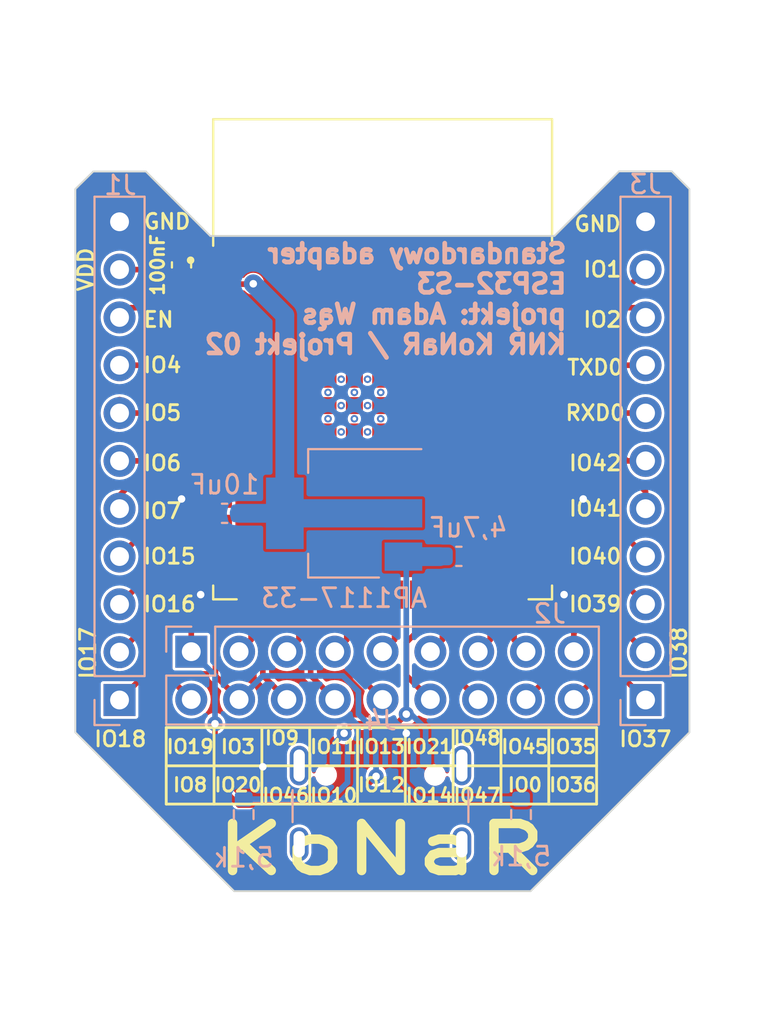
<source format=kicad_pcb>
(kicad_pcb (version 20240108) (generator "pcbnew") (generator_version "8.0")
  (layers (0 "F.Cu" signal) (31 "B.Cu" signal) (34 "B.Paste" user) (35 "F.Paste" user) (36 "B.SilkS" user "B.Silkscreen") (37 "F.SilkS" user "F.Silkscreen") (38 "B.Mask" user) (39 "F.Mask" user) (44 "Edge.Cuts" user))
  (net 0 "")
  (net 1 "GND")
  (net 2 "VDD")
  (net 3 "IO7")
  (net 4 "IO6")
  (net 5 "IO8")
  (net 6 "IO20")
  (net 7 "IO21")
  (net 8 "IO3")
  (net 9 "IO19")
  (net 10 "IO18")
  (net 11 "IO5")
  (net 12 "IO17")
  (net 13 "IO16")
  (net 14 "IO4")
  (net 15 "IO0")
  (net 16 "IO2")
  (net 17 "IO15")
  (net 18 "IO13")
  (net 19 "IO12")
  (net 20 "IO14")
  (net 21 "IO46")
  (net 22 "IO9")
  (net 23 "IO10")
  (net 24 "IO11")
  (net 25 "IO48")
  (net 26 "IO35")
  (net 27 "IO47")
  (net 28 "IO45")
  (net 29 "IO36")
  (net 30 "EN")
  (net 31 "IO37")
  (net 32 "IO38")
  (net 33 "IO39")
  (net 34 "IO40")
  (net 35 "IO41")
  (net 36 "IO42")
  (net 37 "RXD0")
  (net 38 "TXD0")
  (net 39 "IO1")
  (net 40 "Net-(J4-CC1)")
  (net 42 "Net-(J4-CC2)")
  (net 45 "Net-(U1-VI)")
  (footprint "Capacitor_SMD:C_0603_1608Metric" (layer "F.Cu") (at 43.942 40.907 90)
    (property "Reference" "C1" (hide yes))
    (property "Value" "100nF" (at 0 -1.27 90) (layer "F.SilkS") (effects (font (size 0.7 0.7))))
    (fp_line (start -0.14058 -0.51) (end 0.14058 -0.51) (stroke (width 0.12)) (layer "F.SilkS"))
    (fp_line (start -0.14058 0.51) (end 0.14058 0.51) (stroke (width 0.12)) (layer "F.SilkS"))
    (pad "1" smd roundrect (at -0.775 0 90) (size 0.9 0.95) (layers "F.Cu" "F.Paste" "F.Mask") (net 2 "VDD"))
    (pad "2" smd roundrect (at 0.775 0 90) (size 0.9 0.95) (layers "F.Cu" "F.Paste" "F.Mask") (net 1 "GND"))
  )
  (footprint "footprints:XCVR_ESP32-S3-WROOM-1-N8" (layer "F.Cu") (at 54.623 45.92)
    (property "Reference" "U2" (hide yes))
    (property "Value" "ESP32-S3-WROOM-1-N8")
    (fp_line (start -9 -12.75) (end 9 -12.75) (stroke (width 0.127)) (layer "F.SilkS"))
    (fp_line (start -9 -6.03) (end -9 -12.75) (stroke (width 0.127)) (layer "F.SilkS"))
    (fp_line (start -9 12.02) (end -9 12.75) (stroke (width 0.127)) (layer "F.SilkS"))
    (fp_line (start -9 12.75) (end -7.755 12.75) (stroke (width 0.127)) (layer "F.SilkS"))
    (fp_line (start 9 -12.75) (end 9 -6.03) (stroke (width 0.127)) (layer "F.SilkS"))
    (fp_line (start 9 12.02) (end 9 12.75) (stroke (width 0.127)) (layer "F.SilkS"))
    (fp_line (start 9 12.75) (end 7.755 12.75) (stroke (width 0.127)) (layer "F.SilkS"))
    (fp_circle (center -10.2 -5.26) (end -10.1 -5.26) (stroke (width 0.2)) (fill none) (layer "F.SilkS"))
    (pad "1" smd rect (at -8.75 -5.26) (size 1.5 0.9) (layers "F.Cu" "F.Paste" "F.Mask") (net 1 "GND"))
    (pad "2" smd rect (at -8.75 -3.99) (size 1.5 0.9) (layers "F.Cu" "F.Paste" "F.Mask") (net 2 "VDD"))
    (pad "3" smd rect (at -8.75 -2.72) (size 1.5 0.9) (layers "F.Cu" "F.Paste" "F.Mask") (net 30 "EN"))
    (pad "4" smd rect (at -8.75 -1.45) (size 1.5 0.9) (layers "F.Cu" "F.Paste" "F.Mask") (net 14 "IO4"))
    (pad "5" smd rect (at -8.75 -0.18) (size 1.5 0.9) (layers "F.Cu" "F.Paste" "F.Mask") (net 11 "IO5"))
    (pad "6" smd rect (at -8.75 1.09) (size 1.5 0.9) (layers "F.Cu" "F.Paste" "F.Mask") (net 4 "IO6"))
    (pad "7" smd rect (at -8.75 2.36) (size 1.5 0.9) (layers "F.Cu" "F.Paste" "F.Mask") (net 3 "IO7"))
    (pad "8" smd rect (at -8.75 3.63) (size 1.5 0.9) (layers "F.Cu" "F.Paste" "F.Mask") (net 17 "IO15"))
    (pad "9" smd rect (at -8.75 4.9) (size 1.5 0.9) (layers "F.Cu" "F.Paste" "F.Mask") (net 13 "IO16"))
    (pad "10" smd rect (at -8.75 6.17) (size 1.5 0.9) (layers "F.Cu" "F.Paste" "F.Mask") (net 12 "IO17"))
    (pad "11" smd rect (at -8.75 7.44) (size 1.5 0.9) (layers "F.Cu" "F.Paste" "F.Mask") (net 10 "IO18"))
    (pad "12" smd rect (at -8.75 8.71) (size 1.5 0.9) (layers "F.Cu" "F.Paste" "F.Mask") (net 5 "IO8"))
    (pad "13" smd rect (at -8.75 9.98) (size 1.5 0.9) (layers "F.Cu" "F.Paste" "F.Mask") (net 9 "IO19"))
    (pad "14" smd rect (at -8.75 11.25) (size 1.5 0.9) (layers "F.Cu" "F.Paste" "F.Mask") (net 6 "IO20"))
    (pad "15" smd rect (at -6.985 12.5) (size 0.9 1.5) (layers "F.Cu" "F.Paste" "F.Mask") (net 8 "IO3"))
    (pad "16" smd rect (at -5.715 12.5) (size 0.9 1.5) (layers "F.Cu" "F.Paste" "F.Mask") (net 21 "IO46"))
    (pad "17" smd rect (at -4.445 12.5) (size 0.9 1.5) (layers "F.Cu" "F.Paste" "F.Mask") (net 22 "IO9"))
    (pad "18" smd rect (at -3.175 12.5) (size 0.9 1.5) (layers "F.Cu" "F.Paste" "F.Mask") (net 23 "IO10"))
    (pad "19" smd rect (at -1.905 12.5) (size 0.9 1.5) (layers "F.Cu" "F.Paste" "F.Mask") (net 24 "IO11"))
    (pad "20" smd rect (at -0.635 12.5) (size 0.9 1.5) (layers "F.Cu" "F.Paste" "F.Mask") (net 19 "IO12"))
    (pad "21" smd rect (at 0.635 12.5) (size 0.9 1.5) (layers "F.Cu" "F.Paste" "F.Mask") (net 18 "IO13"))
    (pad "22" smd rect (at 1.905 12.5) (size 0.9 1.5) (layers "F.Cu" "F.Paste" "F.Mask") (net 20 "IO14"))
    (pad "23" smd rect (at 3.175 12.5) (size 0.9 1.5) (layers "F.Cu" "F.Paste" "F.Mask") (net 7 "IO21"))
    (pad "24" smd rect (at 4.445 12.5) (size 0.9 1.5) (layers "F.Cu" "F.Paste" "F.Mask") (net 27 "IO47"))
    (pad "25" smd rect (at 5.715 12.5) (size 0.9 1.5) (layers "F.Cu" "F.Paste" "F.Mask") (net 25 "IO48"))
    (pad "26" smd rect (at 6.985 12.5) (size 0.9 1.5) (layers "F.Cu" "F.Paste" "F.Mask") (net 28 "IO45"))
    (pad "27" smd rect (at 8.75 11.25) (size 1.5 0.9) (layers "F.Cu" "F.Paste" "F.Mask") (net 15 "IO0"))
    (pad "28" smd rect (at 8.75 9.98) (size 1.5 0.9) (layers "F.Cu" "F.Paste" "F.Mask") (net 26 "IO35"))
    (pad "29" smd rect (at 8.75 8.71) (size 1.5 0.9) (layers "F.Cu" "F.Paste" "F.Mask") (net 29 "IO36"))
    (pad "30" smd rect (at 8.75 7.44) (size 1.5 0.9) (layers "F.Cu" "F.Paste" "F.Mask") (net 31 "IO37"))
    (pad "31" smd rect (at 8.75 6.17) (size 1.5 0.9) (layers "F.Cu" "F.Paste" "F.Mask") (net 32 "IO38"))
    (pad "32" smd rect (at 8.75 4.9) (size 1.5 0.9) (layers "F.Cu" "F.Paste" "F.Mask") (net 33 "IO39"))
    (pad "33" smd rect (at 8.75 3.63) (size 1.5 0.9) (layers "F.Cu" "F.Paste" "F.Mask") (net 34 "IO40"))
    (pad "34" smd rect (at 8.75 2.36) (size 1.5 0.9) (layers "F.Cu" "F.Paste" "F.Mask") (net 35 "IO41"))
    (pad "35" smd rect (at 8.75 1.09) (size 1.5 0.9) (layers "F.Cu" "F.Paste" "F.Mask") (net 36 "IO42"))
    (pad "36" smd rect (at 8.75 -0.18) (size 1.5 0.9) (layers "F.Cu" "F.Paste" "F.Mask") (net 37 "RXD0"))
    (pad "37" smd rect (at 8.75 -1.45) (size 1.5 0.9) (layers "F.Cu" "F.Paste" "F.Mask") (net 38 "TXD0"))
    (pad "38" smd rect (at 8.75 -2.72) (size 1.5 0.9) (layers "F.Cu" "F.Paste" "F.Mask") (net 16 "IO2"))
    (pad "39" smd rect (at 8.75 -3.99) (size 1.5 0.9) (layers "F.Cu" "F.Paste" "F.Mask") (net 39 "IO1"))
    (pad "40" smd rect (at 8.75 -5.26) (size 1.5 0.9) (layers "F.Cu" "F.Paste" "F.Mask") (net 1 "GND"))
    (pad "41_1" smd rect (at -1.5 2.46) (size 0.9 0.9) (layers "F.Cu" "F.Paste" "F.Mask") (net 1 "GND"))
    (pad "41_2" smd rect (at -2.9 2.46) (size 0.9 0.9) (layers "F.Cu" "F.Paste" "F.Mask") (net 1 "GND"))
    (pad "41_3" smd rect (at -0.1 2.46) (size 0.9 0.9) (layers "F.Cu" "F.Paste" "F.Mask") (net 1 "GND"))
    (pad "41_4" smd rect (at -2.9 3.86) (size 0.9 0.9) (layers "F.Cu" "F.Paste" "F.Mask") (net 1 "GND"))
    (pad "41_5" smd rect (at -1.5 3.86) (size 0.9 0.9) (layers "F.Cu" "F.Paste" "F.Mask") (net 1 "GND"))
    (pad "41_6" smd rect (at -0.1 3.86) (size 0.9 0.9) (layers "F.Cu" "F.Paste" "F.Mask") (net 1 "GND"))
    (pad "41_7" smd rect (at -2.9 1.06) (size 0.9 0.9) (layers "F.Cu" "F.Paste" "F.Mask") (net 1 "GND"))
    (pad "41_8" smd rect (at -1.5 1.06) (size 0.9 0.9) (layers "F.Cu" "F.Paste" "F.Mask") (net 1 "GND"))
    (pad "41_9" smd rect (at -0.1 1.06) (size 0.9 0.9) (layers "F.Cu" "F.Paste" "F.Mask") (net 1 "GND"))
    (pad "41_10" thru_hole circle (at -1.5 1.76) (size 0.4 0.4) (drill 0.2) (layers "*.Cu"))
    (pad "41_11" thru_hole circle (at -2.9 1.76) (size 0.4 0.4) (drill 0.2) (layers "*.Cu"))
    (pad "41_12" thru_hole circle (at -0.1 1.76) (size 0.4 0.4) (drill 0.2) (layers "*.Cu"))
    (pad "41_13" thru_hole circle (at -2.9 3.16) (size 0.4 0.4) (drill 0.2) (layers "*.Cu"))
    (pad "41_14" thru_hole circle (at -1.5 3.16) (size 0.4 0.4) (drill 0.2) (layers "*.Cu"))
    (pad "41_15" thru_hole circle (at -0.1 3.16) (size 0.4 0.4) (drill 0.2) (layers "*.Cu"))
    (pad "41_16" thru_hole circle (at -2.2 1.06) (size 0.4 0.4) (drill 0.2) (layers "*.Cu"))
    (pad "41_17" thru_hole circle (at -0.8 1.06) (size 0.4 0.4) (drill 0.2) (layers "*.Cu"))
    (pad "41_18" thru_hole circle (at -2.2 2.46) (size 0.4 0.4) (drill 0.2) (layers "*.Cu"))
    (pad "41_19" thru_hole circle (at -0.8 2.46) (size 0.4 0.4) (drill 0.2) (layers "*.Cu"))
    (pad "41_20" thru_hole circle (at -2.2 3.86) (size 0.4 0.4) (drill 0.2) (layers "*.Cu"))
    (pad "41_21" thru_hole circle (at -0.8 3.86) (size 0.4 0.4) (drill 0.2) (layers "*.Cu"))
    (zone (net 0) (net_name "") (layer "F.Cu") (connect_pads (clearance 0)) (min_thickness 0.01)
      (keepout (tracks not_allowed) (vias not_allowed) (pads not_allowed) (copperpour not_allowed) (footprints allowed))
      (fill (thermal_gap 0.508) (thermal_bridge_width 0.508))
      (polygon (pts (xy 45.623 33.17) (xy 63.623 33.17) (xy 63.623 39.17) (xy 45.623 39.17)))
    )
    (zone (net 0) (net_name "") (layer "B.Cu") (connect_pads (clearance 0)) (min_thickness 0.01)
      (keepout (tracks not_allowed) (vias not_allowed) (pads not_allowed) (copperpour not_allowed) (footprints allowed))
      (fill (thermal_gap 0.508) (thermal_bridge_width 0.508))
      (polygon (pts (xy 45.623 33.17) (xy 63.623 33.17) (xy 63.623 39.17) (xy 45.623 39.17)))
    )
  )
  (footprint "Connector_PinHeader_2.54mm:PinHeader_1x11_P2.54mm_Vertical" (layer "B.Cu") (at 40.649 64.017)
    (property "Reference" "J1" (at 0.0418 -27.3394 0) (layer "B.SilkS") (effects (justify mirror)))
    (property "Value" "Conn_01x11_MountingPin" (hide yes))
    (fp_line (start -1.33 -26.73) (end 1.33 -26.73) (stroke (width 0.12)) (layer "B.SilkS"))
    (fp_line (start -1.33 -1.27) (end -1.33 -26.73) (stroke (width 0.12)) (layer "B.SilkS"))
    (fp_line (start -1.33 -1.27) (end 1.33 -1.27) (stroke (width 0.12)) (layer "B.SilkS"))
    (fp_line (start -1.33 0) (end -1.33 1.33) (stroke (width 0.12)) (layer "B.SilkS"))
    (fp_line (start -1.33 1.33) (end 0 1.33) (stroke (width 0.12)) (layer "B.SilkS"))
    (fp_line (start 1.33 -1.27) (end 1.33 -26.73) (stroke (width 0.12)) (layer "B.SilkS"))
    (pad "1" thru_hole rect (at 0 0) (size 1.7 1.7) (drill 1) (layers "*.Cu" "*.Mask") (net 10 "IO18"))
    (pad "2" thru_hole oval (at 0 -2.54) (size 1.7 1.7) (drill 1) (layers "*.Cu" "*.Mask") (net 12 "IO17"))
    (pad "3" thru_hole oval (at 0 -5.08) (size 1.7 1.7) (drill 1) (layers "*.Cu" "*.Mask") (net 13 "IO16"))
    (pad "4" thru_hole oval (at 0 -7.62) (size 1.7 1.7) (drill 1) (layers "*.Cu" "*.Mask") (net 17 "IO15"))
    (pad "5" thru_hole oval (at 0 -10.16) (size 1.7 1.7) (drill 1) (layers "*.Cu" "*.Mask") (net 3 "IO7"))
    (pad "6" thru_hole oval (at 0 -12.7) (size 1.7 1.7) (drill 1) (layers "*.Cu" "*.Mask") (net 4 "IO6"))
    (pad "7" thru_hole oval (at 0 -15.24) (size 1.7 1.7) (drill 1) (layers "*.Cu" "*.Mask") (net 11 "IO5"))
    (pad "8" thru_hole oval (at 0 -17.78) (size 1.7 1.7) (drill 1) (layers "*.Cu" "*.Mask") (net 14 "IO4"))
    (pad "9" thru_hole oval (at 0 -20.32) (size 1.7 1.7) (drill 1) (layers "*.Cu" "*.Mask") (net 30 "EN"))
    (pad "10" thru_hole oval (at 0 -22.86) (size 1.7 1.7) (drill 1) (layers "*.Cu" "*.Mask") (net 2 "VDD"))
    (pad "11" thru_hole oval (at 0 -25.4) (size 1.7 1.7) (drill 1) (layers "*.Cu" "*.Mask") (net 1 "GND"))
  )
  (footprint "Connector_PinHeader_2.54mm:PinHeader_1x11_P2.54mm_Vertical" (layer "B.Cu") (at 68.589 64.017)
    (property "Reference" "J3" (at -0.009 -27.3902 0) (layer "B.SilkS") (effects (justify mirror)))
    (property "Value" "Conn_01x11_MountingPin" (hide yes))
    (fp_line (start -1.33 -26.73) (end 1.33 -26.73) (stroke (width 0.12)) (layer "B.SilkS"))
    (fp_line (start -1.33 -1.27) (end -1.33 -26.73) (stroke (width 0.12)) (layer "B.SilkS"))
    (fp_line (start -1.33 -1.27) (end 1.33 -1.27) (stroke (width 0.12)) (layer "B.SilkS"))
    (fp_line (start -1.33 0) (end -1.33 1.33) (stroke (width 0.12)) (layer "B.SilkS"))
    (fp_line (start -1.33 1.33) (end 0 1.33) (stroke (width 0.12)) (layer "B.SilkS"))
    (fp_line (start 1.33 -1.27) (end 1.33 -26.73) (stroke (width 0.12)) (layer "B.SilkS"))
    (pad "1" thru_hole rect (at 0 0) (size 1.7 1.7) (drill 1) (layers "*.Cu" "*.Mask") (net 31 "IO37"))
    (pad "2" thru_hole oval (at 0 -2.54) (size 1.7 1.7) (drill 1) (layers "*.Cu" "*.Mask") (net 32 "IO38"))
    (pad "3" thru_hole oval (at 0 -5.08) (size 1.7 1.7) (drill 1) (layers "*.Cu" "*.Mask") (net 33 "IO39"))
    (pad "4" thru_hole oval (at 0 -7.62) (size 1.7 1.7) (drill 1) (layers "*.Cu" "*.Mask") (net 34 "IO40"))
    (pad "5" thru_hole oval (at 0 -10.16) (size 1.7 1.7) (drill 1) (layers "*.Cu" "*.Mask") (net 35 "IO41"))
    (pad "6" thru_hole oval (at 0 -12.7) (size 1.7 1.7) (drill 1) (layers "*.Cu" "*.Mask") (net 36 "IO42"))
    (pad "7" thru_hole oval (at 0 -15.24) (size 1.7 1.7) (drill 1) (layers "*.Cu" "*.Mask") (net 37 "RXD0"))
    (pad "8" thru_hole oval (at 0 -17.78) (size 1.7 1.7) (drill 1) (layers "*.Cu" "*.Mask") (net 38 "TXD0"))
    (pad "9" thru_hole oval (at 0 -20.32) (size 1.7 1.7) (drill 1) (layers "*.Cu" "*.Mask") (net 16 "IO2"))
    (pad "10" thru_hole oval (at 0 -22.86) (size 1.7 1.7) (drill 1) (layers "*.Cu" "*.Mask") (net 39 "IO1"))
    (pad "11" thru_hole oval (at 0 -25.4) (size 1.7 1.7) (drill 1) (layers "*.Cu" "*.Mask") (net 1 "GND"))
  )
  (footprint "Package_TO_SOT_SMD:SOT-223-3_TabPin2" (layer "B.Cu") (at 52.578 54.102 180)
    (property "Reference" "U1" (hide yes))
    (property "Value" "AP1117-33" (at 0 -4.5 0) (layer "B.SilkS") (effects (justify mirror)))
    (fp_line (start 1.91 3.41) (end 1.91 2.15) (stroke (width 0.12)) (layer "B.SilkS"))
    (fp_line (start 1.91 -3.41) (end 1.91 -2.15) (stroke (width 0.12)) (layer "B.SilkS"))
    (fp_line (start -1.85 -3.41) (end 1.91 -3.41) (stroke (width 0.12)) (layer "B.SilkS"))
    (fp_line (start -4.1 3.41) (end 1.91 3.41) (stroke (width 0.12)) (layer "B.SilkS"))
    (pad "1" smd rect (at -3.15 2.3 180) (size 2 1.5) (layers "B.Cu" "B.Paste" "B.Mask") (net 1 "GND"))
    (pad "2" smd rect (at -3.15 0 180) (size 2 1.5) (layers "B.Cu" "B.Paste" "B.Mask") (net 2 "VDD"))
    (pad "2" smd rect (at 3.15 0 180) (size 2 3.8) (layers "B.Cu" "B.Paste" "B.Mask") (net 2 "VDD"))
    (pad "3" smd rect (at -3.15 -2.3 180) (size 2 1.5) (layers "B.Cu" "B.Paste" "B.Mask") (net 45 "Net-(U1-VI)"))
  )
  (footprint "Resistor_SMD:R_0603_1608Metric" (layer "B.Cu") (at 47.244 70.104 90)
    (property "Reference" "R2" (hide yes))
    (property "Value" "5,1k" (at -2.286 0 180) (layer "B.SilkS") (effects (justify mirror)))
    (fp_line (start -0.237258 -0.5225) (end 0.237258 -0.5225) (stroke (width 0.12)) (layer "B.SilkS"))
    (fp_line (start -0.237258 0.5225) (end 0.237258 0.5225) (stroke (width 0.12)) (layer "B.SilkS"))
    (pad "1" smd roundrect (at -0.825 0 90) (size 0.8 0.95) (layers "B.Cu" "B.Paste" "B.Mask") (net 1 "GND"))
    (pad "2" smd roundrect (at 0.825 0 90) (size 0.8 0.95) (layers "B.Cu" "B.Paste" "B.Mask") (net 42 "Net-(J4-CC2)"))
  )
  (footprint "Capacitor_SMD:C_0603_1608Metric" (layer "B.Cu") (at 46.228 54.102)
    (property "Reference" "C4" (hide yes))
    (property "Value" "10uF" (at 0 -1.524 0) (layer "B.SilkS") (effects (justify mirror)))
    (fp_line (start -0.14058 -0.51) (end 0.14058 -0.51) (stroke (width 0.12)) (layer "B.SilkS"))
    (fp_line (start -0.14058 0.51) (end 0.14058 0.51) (stroke (width 0.12)) (layer "B.SilkS"))
    (pad "1" smd roundrect (at -0.775 0) (size 0.9 0.95) (layers "B.Cu" "B.Paste" "B.Mask") (net 1 "GND"))
    (pad "2" smd roundrect (at 0.775 0) (size 0.9 0.95) (layers "B.Cu" "B.Paste" "B.Mask") (net 2 "VDD"))
  )
  (footprint "Resistor_SMD:R_0603_1608Metric" (layer "B.Cu") (at 61.976 70.104 90)
    (property "Reference" "R1" (hide yes))
    (property "Value" "5,1k" (at -2.223 0 180) (layer "B.SilkS") (effects (justify mirror)))
    (fp_line (start -0.237258 -0.5225) (end 0.237258 -0.5225) (stroke (width 0.12)) (layer "B.SilkS"))
    (fp_line (start -0.237258 0.5225) (end 0.237258 0.5225) (stroke (width 0.12)) (layer "B.SilkS"))
    (pad "1" smd roundrect (at -0.825 0 90) (size 0.8 0.95) (layers "B.Cu" "B.Paste" "B.Mask") (net 1 "GND"))
    (pad "2" smd roundrect (at 0.825 0 90) (size 0.8 0.95) (layers "B.Cu" "B.Paste" "B.Mask") (net 40 "Net-(J4-CC1)"))
  )
  (footprint "Connector_PinHeader_2.54mm:PinHeader_2x09_P2.54mm_Vertical" (layer "B.Cu") (at 44.459 61.4516 -90)
    (property "Reference" "J2" (at -2.0156 -19.041 180) (layer "B.SilkS") (effects (justify mirror)))
    (property "Value" "Conn_02x09_Odd_Even_MountingPin" (hide yes))
    (fp_line (start -1.33 1.33) (end 0 1.33) (stroke (width 0.12)) (layer "B.SilkS"))
    (fp_line (start 1.27 1.33) (end 3.87 1.33) (stroke (width 0.12)) (layer "B.SilkS"))
    (fp_line (start 3.87 1.33) (end 3.87 -21.65) (stroke (width 0.12)) (layer "B.SilkS"))
    (fp_line (start -1.33 0) (end -1.33 1.33) (stroke (width 0.12)) (layer "B.SilkS"))
    (fp_line (start -1.33 -1.27) (end 1.27 -1.27) (stroke (width 0.12)) (layer "B.SilkS"))
    (fp_line (start -1.33 -1.27) (end -1.33 -21.65) (stroke (width 0.12)) (layer "B.SilkS"))
    (fp_line (start 1.27 -1.27) (end 1.27 1.33) (stroke (width 0.12)) (layer "B.SilkS"))
    (fp_line (start -1.33 -21.65) (end 3.87 -21.65) (stroke (width 0.12)) (layer "B.SilkS"))
    (pad "1" thru_hole rect (at 0 0 270) (size 1.7 1.7) (drill 1) (layers "*.Cu" "*.Mask") (net 9 "IO19"))
    (pad "2" thru_hole oval (at 2.54 0 270) (size 1.7 1.7) (drill 1) (layers "*.Cu" "*.Mask") (net 5 "IO8"))
    (pad "3" thru_hole oval (at 0 -2.54 270) (size 1.7 1.7) (drill 1) (layers "*.Cu" "*.Mask") (net 8 "IO3"))
    (pad "4" thru_hole oval (at 2.54 -2.54 270) (size 1.7 1.7) (drill 1) (layers "*.Cu" "*.Mask") (net 6 "IO20"))
    (pad "5" thru_hole oval (at 0 -5.08 270) (size 1.7 1.7) (drill 1) (layers "*.Cu" "*.Mask") (net 22 "IO9"))
    (pad "6" thru_hole oval (at 2.54 -5.08 270) (size 1.7 1.7) (drill 1) (layers "*.Cu" "*.Mask") (net 21 "IO46"))
    (pad "7" thru_hole oval (at 0 -7.62 270) (size 1.7 1.7) (drill 1) (layers "*.Cu" "*.Mask") (net 24 "IO11"))
    (pad "8" thru_hole oval (at 2.54 -7.62 270) (size 1.7 1.7) (drill 1) (layers "*.Cu" "*.Mask") (net 23 "IO10"))
    (pad "9" thru_hole oval (at 0 -10.16 270) (size 1.7 1.7) (drill 1) (layers "*.Cu" "*.Mask") (net 18 "IO13"))
    (pad "10" thru_hole oval (at 2.54 -10.16 270) (size 1.7 1.7) (drill 1) (layers "*.Cu" "*.Mask") (net 19 "IO12"))
    (pad "11" thru_hole oval (at 0 -12.7 270) (size 1.7 1.7) (drill 1) (layers "*.Cu" "*.Mask") (net 7 "IO21"))
    (pad "12" thru_hole oval (at 2.54 -12.7 270) (size 1.7 1.7) (drill 1) (layers "*.Cu" "*.Mask") (net 20 "IO14"))
    (pad "13" thru_hole oval (at 0 -15.24 270) (size 1.7 1.7) (drill 1) (layers "*.Cu" "*.Mask") (net 25 "IO48"))
    (pad "14" thru_hole oval (at 2.54 -15.24 270) (size 1.7 1.7) (drill 1) (layers "*.Cu" "*.Mask") (net 27 "IO47"))
    (pad "15" thru_hole oval (at 0 -17.78 270) (size 1.7 1.7) (drill 1) (layers "*.Cu" "*.Mask") (net 28 "IO45"))
    (pad "16" thru_hole oval (at 2.54 -17.78 270) (size 1.7 1.7) (drill 1) (layers "*.Cu" "*.Mask") (net 15 "IO0"))
    (pad "17" thru_hole oval (at 0 -20.32 270) (size 1.7 1.7) (drill 1) (layers "*.Cu" "*.Mask") (net 26 "IO35"))
    (pad "18" thru_hole oval (at 2.54 -20.32 270) (size 1.7 1.7) (drill 1) (layers "*.Cu" "*.Mask") (net 29 "IO36"))
  )
  (footprint "Connector_USB:USB_C_Receptacle_GCT_USB4105-xx-A_16P_TopMnt_Horizontal" (layer "B.Cu") (at 54.5104 70.6038 180)
    (property "Reference" "J4" (at 0 5.5 0) (layer "B.SilkS") (effects (justify mirror)))
    (property "Value" "USB_C_Receptacle_USB2.0" (hide yes))
    (fp_line (start 4.67 0.1) (end 4.67 1.8) (stroke (width 0.12)) (layer "B.SilkS"))
    (fp_line (start -4.67 0.1) (end -4.67 1.8) (stroke (width 0.12)) (layer "B.SilkS"))
    (pad "" np_thru_hole circle (at -2.89 2.605 180) (size 0.65 0.65) (drill 0.65) (layers "F&B.Cu" "*.Mask"))
    (pad "" np_thru_hole circle (at 2.89 2.605 180) (size 0.65 0.65) (drill 0.65) (layers "F&B.Cu" "*.Mask"))
    (pad "A1" smd roundrect (at -3.2 3.68 180) (size 0.6 1.15) (layers "B.Cu" "B.Paste" "B.Mask") (net 1 "GND"))
    (pad "A4" smd roundrect (at -2.4 3.68 180) (size 0.6 1.15) (layers "B.Cu" "B.Paste" "B.Mask") (net 45 "Net-(U1-VI)"))
    (pad "A5" smd roundrect (at -1.25 3.68 180) (size 0.3 1.15) (layers "B.Cu" "B.Paste" "B.Mask") (net 40 "Net-(J4-CC1)"))
    (pad "A6" smd roundrect (at -0.25 3.68 180) (size 0.3 1.15) (layers "B.Cu" "B.Paste" "B.Mask") (net 6 "IO20"))
    (pad "A7" smd roundrect (at 0.25 3.68 180) (size 0.3 1.15) (layers "B.Cu" "B.Paste" "B.Mask") (net 9 "IO19"))
    (pad "A8" smd roundrect (at 1.25 3.68 180) (size 0.3 1.15) (layers "B.Cu" "B.Paste" "B.Mask"))
    (pad "A9" smd roundrect (at 2.4 3.68 180) (size 0.6 1.15) (layers "B.Cu" "B.Paste" "B.Mask") (net 45 "Net-(U1-VI)"))
    (pad "A12" smd roundrect (at 3.2 3.68 180) (size 0.6 1.15) (layers "B.Cu" "B.Paste" "B.Mask") (net 1 "GND"))
    (pad "B1" smd roundrect (at 3.2 3.68 180) (size 0.6 1.15) (layers "B.Cu" "B.Paste" "B.Mask") (net 1 "GND"))
    (pad "B4" smd roundrect (at 2.4 3.68 180) (size 0.6 1.15) (layers "B.Cu" "B.Paste" "B.Mask") (net 45 "Net-(U1-VI)"))
    (pad "B5" smd roundrect (at 1.75 3.68 180) (size 0.3 1.15) (layers "B.Cu" "B.Paste" "B.Mask") (net 42 "Net-(J4-CC2)"))
    (pad "B6" smd roundrect (at 0.75 3.68 180) (size 0.3 1.15) (layers "B.Cu" "B.Paste" "B.Mask") (net 6 "IO20"))
    (pad "B7" smd roundrect (at -0.75 3.68 180) (size 0.3 1.15) (layers "B.Cu" "B.Paste" "B.Mask") (net 9 "IO19"))
    (pad "B8" smd roundrect (at -1.75 3.68 180) (size 0.3 1.15) (layers "B.Cu" "B.Paste" "B.Mask"))
    (pad "B9" smd roundrect (at -2.4 3.68 180) (size 0.6 1.15) (layers "B.Cu" "B.Paste" "B.Mask") (net 45 "Net-(U1-VI)"))
    (pad "B12" smd roundrect (at -3.2 3.68 180) (size 0.6 1.15) (layers "B.Cu" "B.Paste" "B.Mask") (net 1 "GND"))
    (pad "S1" thru_hole oval (at -4.32 -1.075 180) (size 1 1.8) (drill oval 0.6 1.4) (layers "*.Cu" "*.Mask" "B.Paste"))
    (pad "S1" thru_hole oval (at -4.32 3.105 180) (size 1 2.1) (drill oval 0.6 1.7) (layers "*.Cu" "*.Mask" "B.Paste"))
    (pad "S1" thru_hole oval (at 4.32 -1.075 180) (size 1 1.8) (drill oval 0.6 1.4) (layers "*.Cu" "*.Mask" "B.Paste"))
    (pad "S1" thru_hole oval (at 4.32 3.105 180) (size 1 2.1) (drill oval 0.6 1.7) (layers "*.Cu" "*.Mask" "B.Paste"))
  )
  (footprint "Capacitor_SMD:C_0603_1608Metric" (layer "B.Cu") (at 58.674 56.388 180)
    (property "Reference" "C3" (hide yes))
    (property "Value" "4,7uF" (at -0.508 1.524 180) (layer "B.SilkS") (effects (justify mirror)))
    (fp_line (start -0.14058 0.51) (end 0.14058 0.51) (stroke (width 0.12)) (layer "B.SilkS"))
    (fp_line (start -0.14058 -0.51) (end 0.14058 -0.51) (stroke (width 0.12)) (layer "B.SilkS"))
    (pad "1" smd roundrect (at -0.775 0 180) (size 0.9 0.95) (layers "B.Cu" "B.Paste" "B.Mask") (net 1 "GND"))
    (pad "2" smd roundrect (at 0.775 0 180) (size 0.9 0.95) (layers "B.Cu" "B.Paste" "B.Mask") (net 45 "Net-(U1-VI)"))
  )
  (gr_line (start 53.2892 65.4812) (end 53.2892 69.5452) (stroke (width 0.15)) (layer "F.SilkS"))
  (gr_line (start 43.1292 65.4812) (end 43.1292 69.5452) (stroke (width 0.15)) (layer "F.SilkS"))
  (gr_line (start 65.9892 69.5452) (end 65.9892 65.4812) (stroke (width 0.15)) (layer "F.SilkS"))
  (gr_line (start 55.8292 65.4812) (end 55.8292 69.5452) (stroke (width 0.15)) (layer "F.SilkS"))
  (gr_line (start 43.1292 67.5132) (end 65.9892 67.5132) (stroke (width 0.15)) (layer "F.SilkS"))
  (gr_line (start 50.7492 65.4812) (end 50.7492 69.5452) (stroke (width 0.15)) (layer "F.SilkS"))
  (gr_line (start 58.3692 65.4812) (end 58.3692 69.5452) (stroke (width 0.15)) (layer "F.SilkS"))
  (gr_line (start 65.9892 65.4812) (end 43.1292 65.4812) (stroke (width 0.15)) (layer "F.SilkS"))
  (gr_line (start 43.1292 69.5452) (end 65.9892 69.5452) (stroke (width 0.15)) (layer "F.SilkS"))
  (gr_line (start 60.9092 65.4812) (end 60.9092 69.5452) (stroke (width 0.15)) (layer "F.SilkS"))
  (gr_line (start 48.2092 65.4812) (end 48.2092 69.5452) (stroke (width 0.15)) (layer "F.SilkS"))
  (gr_line (start 45.6692 65.4812) (end 45.6692 69.5452) (stroke (width 0.15)) (layer "F.SilkS"))
  (gr_line (start 63.4492 65.4812) (end 63.4492 69.5452) (stroke (width 0.15)) (layer "F.SilkS"))
  (gr_line (start 38.3032 37.338) (end 38.3032 36.9316) (stroke (width 0.1)) (layer "Edge.Cuts"))
  (gr_line (start 46.736 74.168) (end 62.484 74.168) (stroke (width 0.1)) (layer "Edge.Cuts"))
  (gr_line (start 70.9168 36.8808) (end 70.9168 65.7352) (stroke (width 0.1)) (layer "Edge.Cuts"))
  (gr_line (start 67.183 35.941) (end 65.786 37.338) (stroke (width 0.1)) (layer "Edge.Cuts"))
  (gr_line (start 45.72 73.152) (end 46.736 74.168) (stroke (width 0.1)) (layer "Edge.Cuts"))
  (gr_line (start 70.9168 36.8808) (end 69.977 35.941) (stroke (width 0.1)) (layer "Edge.Cuts"))
  (gr_line (start 64.516 38.608) (end 63.754 39.37) (stroke (width 0.1)) (layer "Edge.Cuts"))
  (gr_line (start 44.577 38.481) (end 45.466 39.37) (stroke (width 0.1)) (layer "Edge.Cuts"))
  (gr_line (start 42.935 70.367) (end 45.72 73.152) (stroke (width 0.1)) (layer "Edge.Cuts"))
  (gr_line (start 45.466 39.37) (end 63.754 39.37) (stroke (width 0.1)) (layer "Edge.Cuts"))
  (gr_line (start 43.452 37.356) (end 42.046 35.95) (stroke (width 0.1)) (layer "Edge.Cuts"))
  (gr_line (start 38.3032 65.7352) (end 38.3032 37.338) (stroke (width 0.1)) (layer "Edge.Cuts"))
  (gr_line (start 65.786 37.338) (end 64.516 38.608) (stroke (width 0.1)) (layer "Edge.Cuts"))
  (gr_line (start 69.977 35.941) (end 67.183 35.941) (stroke (width 0.1)) (layer "Edge.Cuts"))
  (gr_line (start 70.9168 65.7352) (end 66.303 70.367) (stroke (width 0.1)) (layer "Edge.Cuts"))
  (gr_line (start 39.252 35.95) (end 38.3032 36.8808) (stroke (width 0.1)) (layer "Edge.Cuts"))
  (gr_line (start 43.452 37.356) (end 44.577 38.481) (stroke (width 0.1)) (layer "Edge.Cuts"))
  (gr_line (start 38.3032 65.7352) (end 42.935 70.367) (stroke (width 0.1)) (layer "Edge.Cuts"))
  (gr_line (start 42.046 35.95) (end 39.252 35.95) (stroke (width 0.1)) (layer "Edge.Cuts"))
  (gr_line (start 66.303 70.367) (end 62.484 74.168) (stroke (width 0.1)) (layer "Edge.Cuts"))
  (gr_line (start 38.3032 36.8808) (end 38.3032 36.9316) (stroke (width 0.1)) (layer "Edge.Cuts"))
  (gr_text "Standardowy adapter \nESP32-S3\nprojekt: Adam Wąs\nKNR KoNaR / Projekt 02\n" (at 64.516 45.72 0) (layer "B.SilkS") (effects (font (size 1 1) (thickness 0.25) (bold yes)) (justify left bottom mirror)))
  (gr_text "IO6" (at 42.926 51.435 0) (layer "F.SilkS") (effects (font (size 0.8 0.8))))
  (gr_text "RXD0" (at 65.913 48.768 0) (layer "F.SilkS") (effects (font (size 0.8 0.8))))
  (gr_text "GND" (at 66.04 38.735 0) (layer "F.SilkS") (effects (font (size 0.8 0.8))))
  (gr_text "GND" (at 43.18 38.608 0) (layer "F.SilkS") (effects (font (size 0.8 0.8))))
  (gr_text "IO46" (at 49.4792 69.088 0) (layer "F.SilkS") (effects (font (size 0.72 0.72))))
  (gr_text "VDD" (at 38.862 41.148 90) (layer "F.SilkS") (effects (font (size 0.8 0.8))))
  (gr_text "IO16" (at 43.307 58.928 0) (layer "F.SilkS") (effects (font (size 0.8 0.8))))
  (gr_text "IO12" (at 54.5592 68.5292 0) (layer "F.SilkS") (effects (font (size 0.72 0.72))))
  (gr_text "IO45" (at 62.1792 66.4972 0) (layer "F.SilkS") (effects (font (size 0.72 0.72))))
  (gr_text "IO17" (at 38.9636 61.5188 90) (layer "F.SilkS") (effects (font (size 0.8 0.8))))
  (gr_text "IO42" (at 65.913 51.435 0) (layer "F.SilkS") (effects (font (size 0.8 0.8))))
  (gr_text "IO1" (at 66.294 41.148 0) (layer "F.SilkS") (effects (font (size 0.8 0.8))))
  (gr_text "IO8" (at 44.3992 68.5292 0) (layer "F.SilkS") (effects (font (size 0.72 0.72))))
  (gr_text "IO48" (at 59.6392 66.04 0) (layer "F.SilkS") (effects (font (size 0.72 0.72))))
  (gr_text "IO11" (at 52.0192 66.4972 0) (layer "F.SilkS") (effects (font (size 0.72 0.72))))
  (gr_text "IO38" (at 70.358 61.5188 90) (layer "F.SilkS") (effects (font (size 0.8 0.8))))
  (gr_text "IO20" (at 46.9392 68.5292 0) (layer "F.SilkS") (effects (font (size 0.72 0.72))))
  (gr_text "IO0" (at 62.1792 68.5292 0) (layer "F.SilkS") (effects (font (size 0.72 0.72))))
  (gr_text "IO15" (at 43.307 56.388 0) (layer "F.SilkS") (effects (font (size 0.8 0.8))))
  (gr_text "IO37" (at 68.58 66.0908 0) (layer "F.SilkS") (effects (font (size 0.8 0.8))))
  (gr_text "IO3" (at 46.9392 66.4972 0) (layer "F.SilkS") (effects (font (size 0.72 0.72))))
  (gr_text "KoNaR" (at 45.466 73.406 0) (layer "F.SilkS") (effects (font (size 2.5 3.6) (thickness 0.5) (bold yes)) (justify left bottom)))
  (gr_text "IO39" (at 65.913 58.928 0) (layer "F.SilkS") (effects (font (size 0.8 0.8))))
  (gr_text "IO14" (at 57.0992 69.088 0) (layer "F.SilkS") (effects (font (size 0.72 0.72))))
  (gr_text "IO5" (at 42.926 48.768 0) (layer "F.SilkS") (effects (font (size 0.8 0.8))))
  (gr_text "IO4" (at 42.926 46.228 0) (layer "F.SilkS") (effects (font (size 0.8 0.8))))
  (gr_text "IO21" (at 57.0992 66.4972 0) (layer "F.SilkS") (effects (font (size 0.72 0.72))))
  (gr_text "IO7" (at 42.926 53.975 0) (layer "F.SilkS") (effects (font (size 0.8 0.8))))
  (gr_text "TXD0" (at 65.913 46.355 0) (layer "F.SilkS") (effects (font (size 0.8 0.8))))
  (gr_text "IO18" (at 40.6908 66.0908 0) (layer "F.SilkS") (effects (font (size 0.8 0.8))))
  (gr_text "IO9" (at 49.276 66.04 0) (layer "F.SilkS") (effects (font (size 0.72 0.72))))
  (gr_text "IO41" (at 65.913 53.848 0) (layer "F.SilkS") (effects (font (size 0.8 0.8))))
  (gr_text "IO35" (at 64.7192 66.4972 0) (layer "F.SilkS") (effects (font (size 0.72 0.72))))
  (gr_text "IO10" (at 52.0192 69.088 0) (layer "F.SilkS") (effects (font (size 0.72 0.72))))
  (gr_text "EN" (at 42.7228 43.815 0) (layer "F.SilkS") (effects (font (size 0.8 0.8))))
  (gr_text "IO2" (at 66.294 43.815 0) (layer "F.SilkS") (effects (font (size 0.8 0.8))))
  (gr_text "IO19" (at 44.3992 66.4972 0) (layer "F.SilkS") (effects (font (size 0.72 0.72))))
  (gr_text "IO40" (at 65.913 56.388 0) (layer "F.SilkS") (effects (font (size 0.8 0.8))))
  (gr_text "IO36" (at 64.7192 68.5292 0) (layer "F.SilkS") (effects (font (size 0.72 0.72))))
  (gr_text "IO47" (at 59.6392 69.088 0) (layer "F.SilkS") (effects (font (size 0.72 0.72))))
  (gr_text "IO13" (at 54.5592 66.4972 0) (layer "F.SilkS") (effects (font (size 0.72 0.72))))
  (segment (start 40.669 38.637) (end 40.649 38.617) (width 0.3) (layer "F.Cu") (net 1))
  (via (at 43.942 53.34) (size 0.8) (drill 0.4) (layers "F.Cu" "B.Cu") (net 1))
  (via (at 48.26 67.564) (size 0.8) (drill 0.4) (layers "F.Cu" "B.Cu") (net 1))
  (via (at 44.958 58.42) (size 0.8) (drill 0.4) (layers "F.Cu" "B.Cu") (net 1))
  (via (at 65.278 53.34) (size 0.8) (drill 0.4) (layers "F.Cu" "B.Cu") (net 1))
  (via (at 64.262 58.42) (size 0.8) (drill 0.4) (layers "F.Cu" "B.Cu") (net 1))
  (via (at 55.88 65.786) (size 0.8) (drill 0.4) (layers "F.Cu" "B.Cu") (net 1))
  (segment (start 43.062 41.157) (end 43.18 41.275) (width 0.3) (layer "F.Cu") (net 2))
  (segment (start 43.835 41.93) (end 45.873 41.93) (width 0.3) (layer "F.Cu") (net 2))
  (segment (start 43.18 41.275) (end 43.835 41.93) (width 0.3) (layer "F.Cu") (net 2))
  (segment (start 47.732 41.93) (end 47.752 41.91) (width 0.3) (layer "F.Cu") (net 2))
  (segment (start 45.873 41.93) (end 47.732 41.93) (width 0.3) (layer "F.Cu") (net 2))
  (segment (start 40.649 41.157) (end 43.062 41.157) (width 0.3) (layer "F.Cu") (net 2))
  (via (at 47.752 41.91) (size 0.8) (drill 0.4) (layers "F.Cu" "B.Cu") (net 2))
  (segment (start 55.728 54.102) (end 49.428 54.102) (width 1.5) (layer "B.Cu") (net 2))
  (segment (start 47.003 54.102) (end 49.428 54.102) (width 1) (layer "B.Cu") (net 2))
  (segment (start 49.428 54.102) (end 49.428 43.586) (width 1) (layer "B.Cu") (net 2))
  (segment (start 49.428 43.586) (end 47.752 41.91) (width 1) (layer "B.Cu") (net 2))
  (segment (start 40.649 53.149736) (end 40.649 53.857) (width 0.3) (layer "F.Cu") (net 3))
  (segment (start 45.518736 48.28) (end 40.649 53.149736) (width 0.3) (layer "F.Cu") (net 3))
  (segment (start 45.873 48.28) (end 45.518736 48.28) (width 0.3) (layer "F.Cu") (net 3))
  (segment (start 44.704 47.824736) (end 44.704 48.45834) (width 0.3) (layer "F.Cu") (net 4))
  (segment (start 45.873 47.01) (end 45.518736 47.01) (width 0.3) (layer "F.Cu") (net 4))
  (segment (start 44.704 48.45834) (end 41.84534 51.317) (width 0.3) (layer "F.Cu") (net 4))
  (segment (start 45.518736 47.01) (end 44.704 47.824736) (width 0.3) (layer "F.Cu") (net 4))
  (segment (start 41.84534 51.317) (end 40.649 51.317) (width 0.3) (layer "F.Cu") (net 4))
  (segment (start 45.482368 54.63) (end 44.704 55.408368) (width 0.3) (layer "F.Cu") (net 5))
  (segment (start 44.704 55.626) (end 43.699 56.631) (width 0.3) (layer "F.Cu") (net 5))
  (segment (start 43.309 60.451396) (end 43.309 62.8416) (width 0.3) (layer "F.Cu") (net 5))
  (segment (start 43.699 60.061396) (end 43.309 60.451396) (width 0.3) (layer "F.Cu") (net 5))
  (segment (start 43.699 56.631) (end 43.699 60.061396) (width 0.3) (layer "F.Cu") (net 5))
  (segment (start 43.309 62.8416) (end 44.459 63.9916) (width 0.3) (layer "F.Cu") (net 5))
  (segment (start 45.873 54.63) (end 45.482368 54.63) (width 0.3) (layer "F.Cu") (net 5))
  (segment (start 44.704 55.408368) (end 44.704 55.626) (width 0.3) (layer "F.Cu") (net 5))
  (segment (start 45.873 57.17) (end 45.742 57.301) (width 0.3) (layer "F.Cu") (net 6))
  (segment (start 45.742 62.7346) (end 46.999 63.9916) (width 0.3) (layer "F.Cu") (net 6))
  (segment (start 45.742 57.301) (end 45.742 62.7346) (width 0.3) (layer "F.Cu") (net 6))
  (segment (start 53.7604 65.1904) (end 53.34 64.77) (width 0.3) (layer "B.Cu") (net 6))
  (segment (start 53.34 63.563951) (end 52.514049 62.738) (width 0.3) (layer "B.Cu") (net 6))
  (segment (start 48.2526 62.738) (end 46.999 63.9916) (width 0.3) (layer "B.Cu") (net 6))
  (segment (start 53.34 64.77) (end 53.34 63.563951) (width 0.3) (layer "B.Cu") (net 6))
  (segment (start 53.7604 66.9238) (end 53.7604 65.1904) (width 0.3) (layer "B.Cu") (net 6))
  (segment (start 52.514049 62.738) (end 48.2526 62.738) (width 0.3) (layer "B.Cu") (net 6))
  (segment (start 57.798 58.42) (end 57.798 60.8126) (width 0.3) (layer "F.Cu") (net 7))
  (segment (start 57.807 60.8036) (end 57.159 61.4516) (width 0.3) (layer "F.Cu") (net 7))
  (segment (start 57.798 60.8126) (end 57.159 61.4516) (width 0.3) (layer "F.Cu") (net 7))
  (segment (start 47.638 60.8126) (end 46.999 61.4516) (width 0.3) (layer "F.Cu") (net 8))
  (segment (start 47.647 60.8036) (end 46.999 61.4516) (width 0.3) (layer "F.Cu") (net 8))
  (segment (start 47.638 58.42) (end 47.638 60.8126) (width 0.3) (layer "F.Cu") (net 8))
  (segment (start 45.065 55.9) (end 44.149 56.816) (width 0.3) (layer "F.Cu") (net 9))
  (segment (start 54.277092 68.072) (end 52.753092 69.596) (width 0.3) (layer "F.Cu") (net 9))
  (segment (start 45.873 55.9) (end 45.065 55.9) (width 0.3) (layer "F.Cu") (net 9))
  (segment (start 44.149 56.816) (end 44.149 60.071) (width 0.3) (layer "F.Cu") (net 9))
  (segment (start 52.753092 69.596) (end 46.99 69.596) (width 0.3) (layer "F.Cu") (net 9))
  (segment (start 44.149 60.071) (end 44.459 60.381) (width 0.3) (layer "F.Cu") (net 9))
  (segment (start 46.99 69.596) (end 45.72 68.326) (width 0.3) (layer "F.Cu") (net 9))
  (segment (start 44.459 60.381) (end 44.459 61.4516) (width 0.3) (layer "F.Cu") (net 9))
  (segment (start 45.72 68.326) (end 45.72 65.278) (width 0.3) (layer "F.Cu") (net 9))
  (via (at 45.72 65.278) (size 0.8) (drill 0.4) (layers "F.Cu" "B.Cu") (net 9))
  (via (at 54.277092 68.072) (size 0.8) (drill 0.4) (layers "F.Cu" "B.Cu") (net 9))
  (segment (start 54.277092 67.545822) (end 54.2604 67.52913) (width 0.3) (layer "B.Cu") (net 9))
  (segment (start 45.72 65.278) (end 45.72 62.7126) (width 0.3) (layer "B.Cu") (net 9))
  (segment (start 45.72 62.7126) (end 44.459 61.4516) (width 0.3) (layer "B.Cu") (net 9))
  (segment (start 44.4844 61.4516) (end 44.459 61.4516) (width 0.3) (layer "B.Cu") (net 9))
  (segment (start 54.277092 68.072) (end 54.277092 67.545822) (width 0.3) (layer "B.Cu") (net 9))
  (segment (start 54.2604 67.52913) (end 54.2604 66.9238) (width 0.3) (layer "B.Cu") (net 9))
  (segment (start 43.249 56.444604) (end 43.249 59.875) (width 0.3) (layer "F.Cu") (net 10))
  (segment (start 41.8555 61.2685) (end 41.8555 62.8105) (width 0.3) (layer "F.Cu") (net 10))
  (segment (start 43.249 59.875) (end 41.8555 61.2685) (width 0.3) (layer "F.Cu") (net 10))
  (segment (start 44.704 54.771972) (end 44.254 55.221972) (width 0.3) (layer "F.Cu") (net 10))
  (segment (start 41.8555 62.8105) (end 40.649 64.017) (width 0.3) (layer "F.Cu") (net 10))
  (segment (start 45.873 53.36) (end 45.518736 53.36) (width 0.3) (layer "F.Cu") (net 10))
  (segment (start 44.254 55.221972) (end 44.254 55.439604) (width 0.3) (layer "F.Cu") (net 10))
  (segment (start 44.254 55.439604) (end 43.249 56.444604) (width 0.3) (layer "F.Cu") (net 10))
  (segment (start 45.518736 53.36) (end 44.704 54.174736) (width 0.3) (layer "F.Cu") (net 10))
  (segment (start 44.704 54.174736) (end 44.704 54.771972) (width 0.3) (layer "F.Cu") (net 10))
  (segment (start 44.254 47.004736) (end 44.254 48.271944) (width 0.3) (layer "F.Cu") (net 11))
  (segment (start 43.748944 48.777) (end 40.649 48.777) (width 0.3) (layer "F.Cu") (net 11))
  (segment (start 40.649 48.06) (end 40.649 48.777) (width 0.3) (layer "F.Cu") (net 11))
  (segment (start 45.873 45.74) (end 45.518736 45.74) (width 0.3) (layer "F.Cu") (net 11))
  (segment (start 45.518736 45.74) (end 44.254 47.004736) (width 0.3) (layer "F.Cu") (net 11))
  (segment (start 44.254 48.271944) (end 43.748944 48.777) (width 0.3) (layer "F.Cu") (net 11))
  (segment (start 42.799 59.327) (end 40.649 61.477) (width 0.3) (layer "F.Cu") (net 12))
  (segment (start 45.873 52.09) (end 43.617924 52.09) (width 0.3) (layer "F.Cu") (net 12))
  (segment (start 43.617924 52.09) (end 42.799 52.908924) (width 0.3) (layer "F.Cu") (net 12))
  (segment (start 42.799 52.908924) (end 42.799 59.327) (width 0.3) (layer "F.Cu") (net 12))
  (segment (start 44.251528 50.82) (end 42.291 52.780528) (width 0.3) (layer "F.Cu") (net 13))
  (segment (start 42.291 57.295) (end 40.649 58.937) (width 0.3) (layer "F.Cu") (net 13))
  (segment (start 42.291 52.780528) (end 42.291 57.295) (width 0.3) (layer "F.Cu") (net 13))
  (segment (start 45.873 50.82) (end 44.251528 50.82) (width 0.3) (layer "F.Cu") (net 13))
  (segment (start 44.704 45.91834) (end 44.38534 46.237) (width 0.3) (layer "F.Cu") (net 14))
  (segment (start 44.38534 46.237) (end 40.649 46.237) (width 0.3) (layer "F.Cu") (net 14))
  (segment (start 45.192 44.47) (end 44.704 44.958) (width 0.3) (layer "F.Cu") (net 14))
  (segment (start 44.704 44.958) (end 44.704 45.91834) (width 0.3) (layer "F.Cu") (net 14))
  (segment (start 45.873 44.47) (end 45.192 44.47) (width 0.3) (layer "F.Cu") (net 14))
  (segment (start 63.5 62.7306) (end 62.239 63.9916) (width 0.3) (layer "F.Cu") (net 15))
  (segment (start 63.5 57.297) (end 63.5 62.7306) (width 0.3) (layer "F.Cu") (net 15))
  (segment (start 63.373 57.17) (end 63.5 57.297) (width 0.3) (layer "F.Cu") (net 15))
  (segment (start 63.373 43.2) (end 63.393 43.18) (width 0.3) (layer "F.Cu") (net 16))
  (segment (start 68.072 43.18) (end 68.589 43.697) (width 0.3) (layer "F.Cu") (net 16))
  (segment (start 63.393 43.18) (end 68.072 43.18) (width 0.3) (layer "F.Cu") (net 16))
  (segment (start 44.885132 49.55) (end 41.799 52.636132) (width 0.3) (layer "F.Cu") (net 17))
  (segment (start 45.873 49.55) (end 44.885132 49.55) (width 0.3) (layer "F.Cu") (net 17))
  (segment (start 41.799 52.636132) (end 41.799 55.247) (width 0.3) (layer "F.Cu") (net 17))
  (segment (start 41.799 55.247) (end 40.649 56.397) (width 0.3) (layer "F.Cu") (net 17))
  (segment (start 55.258 58.42) (end 55.258 60.8126) (width 0.3) (layer "F.Cu") (net 18))
  (segment (start 55.258 60.8126) (end 54.619 61.4516) (width 0.3) (layer "F.Cu") (net 18))
  (segment (start 55.267 60.8036) (end 54.619 61.4516) (width 0.3) (layer "F.Cu") (net 18))
  (segment (start 54.619 63.9916) (end 53.34 62.7126) (width 0.3) (layer "F.Cu") (net 19))
  (segment (start 53.34 62.7126) (end 53.34 60.96) (width 0.3) (layer "F.Cu") (net 19))
  (segment (start 53.988 60.312) (end 53.988 58.42) (width 0.3) (layer "F.Cu") (net 19))
  (segment (start 53.34 60.96) (end 53.988 60.312) (width 0.3) (layer "F.Cu") (net 19))
  (segment (start 55.889 62.7216) (end 57.159 63.9916) (width 0.3) (layer "F.Cu") (net 20))
  (segment (start 55.889 60.951) (end 55.889 62.7216) (width 0.3) (layer "F.Cu") (net 20))
  (segment (start 56.528 60.312) (end 55.889 60.951) (width 0.3) (layer "F.Cu") (net 20))
  (segment (start 56.528 58.42) (end 56.528 60.312) (width 0.3) (layer "F.Cu") (net 20))
  (segment (start 48.26 62.7126) (end 49.539 63.9916) (width 0.3) (layer "F.Cu") (net 21))
  (segment (start 48.908 60.185) (end 48.26 60.833) (width 0.3) (layer "F.Cu") (net 21))
  (segment (start 48.908 58.42) (end 48.908 60.185) (width 0.3) (layer "F.Cu") (net 21))
  (segment (start 48.26 60.833) (end 48.26 62.7126) (width 0.3) (layer "F.Cu") (net 21))
  (segment (start 50.178 58.42) (end 50.178 60.8126) (width 0.3) (layer "F.Cu") (net 22))
  (segment (start 50.187 60.8036) (end 49.539 61.4516) (width 0.3) (layer "F.Cu") (net 22))
  (segment (start 50.178 60.8126) (end 49.539 61.4516) (width 0.3) (layer "F.Cu") (net 22))
  (segment (start 50.8 62.7126) (end 52.079 63.9916) (width 0.3) (layer "F.Cu") (net 23))
  (segment (start 50.8 60.96) (end 50.8 62.7126) (width 0.3) (layer "F.Cu") (net 23))
  (segment (start 51.448 58.42) (end 51.448 60.312) (width 0.3) (layer "F.Cu") (net 23))
  (segment (start 51.448 60.312) (end 50.8 60.96) (width 0.3) (layer "F.Cu") (net 23))
  (segment (start 52.727 60.8036) (end 52.079 61.4516) (width 0.3) (layer "F.Cu") (net 24))
  (segment (start 52.718 60.8126) (end 52.079 61.4516) (width 0.3) (layer "F.Cu") (net 24))
  (segment (start 52.718 58.42) (end 52.718 60.8126) (width 0.3) (layer "F.Cu") (net 24))
  (segment (start 60.347 60.8036) (end 59.699 61.4516) (width 0.3) (layer "F.Cu") (net 25))
  (segment (start 60.338 60.8126) (end 59.699 61.4516) (width 0.3) (layer "F.Cu") (net 25))
  (segment (start 60.338 58.42) (end 60.338 60.8126) (width 0.3) (layer "F.Cu") (net 25))
  (segment (start 64.123 55.9) (end 65.06 56.837) (width 0.3) (layer "F.Cu") (net 26))
  (segment (start 65.06 60.162) (end 64.779 60.443) (width 0.3) (layer "F.Cu") (net 26))
  (segment (start 64.779 60.443) (end 64.779 61.4516) (width 0.3) (layer "F.Cu") (net 26))
  (segment (start 65.06 56.837) (end 65.06 60.162) (width 0.3) (layer "F.Cu") (net 26))
  (segment (start 63.373 55.9) (end 64.123 55.9) (width 0.3) (layer "F.Cu") (net 26))
  (segment (start 58.42 60.96) (end 58.42 62.7126) (width 0.3) (layer "F.Cu") (net 27))
  (segment (start 58.42 62.7126) (end 59.699 63.9916) (width 0.3) (layer "F.Cu") (net 27))
  (segment (start 59.068 58.42) (end 59.068 60.312) (width 0.3) (layer "F.Cu") (net 27))
  (segment (start 59.068 60.312) (end 58.42 60.96) (width 0.3) (layer "F.Cu") (net 27))
  (segment (start 61.608 60.8206) (end 62.239 61.4516) (width 0.3) (layer "F.Cu") (net 28))
  (segment (start 61.608 58.42) (end 61.608 60.8206) (width 0.3) (layer "F.Cu") (net 28))
  (segment (start 64.516 55.656604) (end 65.51 56.650604) (width 0.3) (layer "F.Cu") (net 29))
  (segment (start 65.929 62.8416) (end 64.779 63.9916) (width 0.3) (layer "F.Cu") (net 29))
  (segment (start 63.973 54.875736) (end 64.516 55.418736) (width 0.3) (layer "F.Cu") (net 29))
  (segment (start 65.51 56.650604) (end 65.51 60.557) (width 0.3) (layer "F.Cu") (net 29))
  (segment (start 64.516 55.418736) (end 64.516 55.656604) (width 0.3) (layer "F.Cu") (net 29))
  (segment (start 63.973 54.829) (end 63.973 54.875736) (width 0.3) (layer "F.Cu") (net 29))
  (segment (start 63.373 54.63) (end 63.774 54.63) (width 0.3) (layer "F.Cu") (net 29))
  (segment (start 63.774 54.63) (end 63.973 54.829) (width 0.3) (layer "F.Cu") (net 29))
  (segment (start 65.929 60.976) (end 65.929 62.8416) (width 0.3) (layer "F.Cu") (net 29))
  (segment (start 65.51 60.557) (end 65.929 60.976) (width 0.3) (layer "F.Cu") (net 29))
  (segment (start 41.166 43.18) (end 40.649 43.697) (width 0.3) (layer "F.Cu") (net 30))
  (segment (start 45.873 43.2) (end 45.853 43.18) (width 0.3) (layer "F.Cu") (net 30))
  (segment (start 45.853 43.18) (end 41.166 43.18) (width 0.3) (layer "F.Cu") (net 30))
  (segment (start 64.423 54.055736) (end 64.423 54.68934) (width 0.3) (layer "F.Cu") (net 31))
  (segment (start 63.727264 53.36) (end 64.423 54.055736) (width 0.3) (layer "F.Cu") (net 31))
  (segment (start 65.96 59.523302) (end 67.439 61.002302) (width 0.3) (layer "F.Cu") (net 31))
  (segment (start 67.439 62.867) (end 68.589 64.017) (width 0.3) (layer "F.Cu") (net 31))
  (segment (start 67.439 61.002302) (end 67.439 62.867) (width 0.3) (layer "F.Cu") (net 31))
  (segment (start 63.373 53.36) (end 63.727264 53.36) (width 0.3) (layer "F.Cu") (net 31))
  (segment (start 64.423 54.68934) (end 65.96 56.22634) (width 0.3) (layer "F.Cu") (net 31))
  (segment (start 65.96 56.22634) (end 65.96 59.523302) (width 0.3) (layer "F.Cu") (net 31))
  (segment (start 65.828114 52.09) (end 66.41 52.671886) (width 0.3) (layer "F.Cu") (net 32))
  (segment (start 66.41 59.298) (end 68.589 61.477) (width 0.3) (layer "F.Cu") (net 32))
  (segment (start 63.373 52.09) (end 65.828114 52.09) (width 0.3) (layer "F.Cu") (net 32))
  (segment (start 66.41 52.671886) (end 66.41 59.298) (width 0.3) (layer "F.Cu") (net 32))
  (segment (start 63.373 50.82) (end 65.19451 50.82) (width 0.3) (layer "F.Cu") (net 33))
  (segment (start 66.86 57.208) (end 68.589 58.937) (width 0.3) (layer "F.Cu") (net 33))
  (segment (start 65.19451 50.82) (end 66.86 52.48549) (width 0.3) (layer "F.Cu") (net 33))
  (segment (start 66.86 52.48549) (end 66.86 57.208) (width 0.3) (layer "F.Cu") (net 33))
  (segment (start 64.560906 49.55) (end 67.4116 52.400694) (width 0.3) (layer "F.Cu") (net 34))
  (segment (start 67.4116 52.400694) (end 67.4116 55.2196) (width 0.3) (layer "F.Cu") (net 34))
  (segment (start 63.373 49.55) (end 64.560906 49.55) (width 0.3) (layer "F.Cu") (net 34))
  (segment (start 67.4116 55.2196) (end 68.589 56.397) (width 0.3) (layer "F.Cu") (net 34))
  (segment (start 68.589 52.941698) (end 68.589 53.857) (width 0.3) (layer "F.Cu") (net 35))
  (segment (start 63.927302 48.28) (end 68.589 52.941698) (width 0.3) (layer "F.Cu") (net 35))
  (segment (start 63.373 48.28) (end 63.927302 48.28) (width 0.3) (layer "F.Cu") (net 35))
  (segment (start 68.843 54.111) (end 68.843 53.434328) (width 0.5) (layer "F.Cu") (net 35))
  (segment (start 67.600698 51.317) (end 68.589 51.317) (width 0.3) (layer "F.Cu") (net 36))
  (segment (start 64.516 48.232302) (end 67.600698 51.317) (width 0.3) (layer "F.Cu") (net 36))
  (segment (start 64.516 47.798736) (end 64.516 48.232302) (width 0.3) (layer "F.Cu") (net 36))
  (segment (start 63.373 47.01) (end 63.727264 47.01) (width 0.3) (layer "F.Cu") (net 36))
  (segment (start 63.727264 47.01) (end 64.516 47.798736) (width 0.3) (layer "F.Cu") (net 36))
  (segment (start 63.373 45.74) (end 63.727264 45.74) (width 0.3) (layer "F.Cu") (net 37))
  (segment (start 63.727264 45.74) (end 64.966 46.978736) (width 0.3) (layer "F.Cu") (net 37))
  (segment (start 64.966 48.045906) (end 65.697094 48.777) (width 0.3) (layer "F.Cu") (net 37))
  (segment (start 65.697094 48.777) (end 68.589 48.777) (width 0.3) (layer "F.Cu") (net 37))
  (segment (start 64.966 46.978736) (end 64.966 48.045906) (width 0.3) (layer "F.Cu") (net 37))
  (segment (start 68.589 48.174) (end 68.589 48.777) (width 0.3) (layer "F.Cu") (net 37))
  (segment (start 63.373 44.47) (end 64.004632 44.47) (width 0.3) (layer "F.Cu") (net 38))
  (segment (start 64.86066 46.237) (end 68.589 46.237) (width 0.3) (layer "F.Cu") (net 38))
  (segment (start 64.004632 44.47) (end 64.516 44.981368) (width 0.3) (layer "F.Cu") (net 38))
  (segment (start 64.516 45.89234) (end 64.86066 46.237) (width 0.3) (layer "F.Cu") (net 38))
  (segment (start 64.516 44.981368) (end 64.516 45.89234) (width 0.3) (layer "F.Cu") (net 38))
  (segment (start 67.816 41.93) (end 68.589 41.157) (width 0.3) (layer "F.Cu") (net 39))
  (segment (start 63.373 41.93) (end 67.816 41.93) (width 0.3) (layer "F.Cu") (net 39))
  (segment (start 55.7604 68.4604) (end 56.579 69.279) (width 0.3) (layer "B.Cu") (net 40))
  (segment (start 56.579 69.279) (end 61.976 69.279) (width 0.3) (layer "B.Cu") (net 40))
  (segment (start 55.7604 66.9238) (end 55.7604 68.4604) (width 0.3) (layer "B.Cu") (net 40))
  (segment (start 52.7604 68.3976) (end 51.879 69.279) (width 0.3) (layer "B.Cu") (net 42))
  (segment (start 52.7604 66.9238) (end 52.7604 68.3976) (width 0.3) (layer "B.Cu") (net 42))
  (segment (start 51.879 69.279) (end 47.244 69.279) (width 0.3) (layer "B.Cu") (net 42))
  (segment (start 53.086 65.278) (end 55.372 65.278) (width 0.3) (layer "F.Cu") (net 45))
  (segment (start 55.372 65.278) (end 55.88 64.77) (width 0.3) (layer "F.Cu") (net 45))
  (segment (start 52.578 65.786) (end 53.086 65.278) (width 0.3) (layer "F.Cu") (net 45))
  (via (at 52.578 65.786) (size 0.8) (drill 0.4) (layers "F.Cu" "B.Cu") (net 45))
  (via (at 55.88 64.77) (size 0.8) (drill 0.4) (layers "F.Cu" "B.Cu") (net 45))
  (segment (start 55.88 64.516) (end 55.88 64.516) (width 0.3) (layer "B.Cu") (net 45))
  (segment (start 55.728 56.402) (end 57.659 56.402) (width 1) (layer "B.Cu") (net 45))
  (segment (start 52.1104 66.9238) (end 52.1104 66.2536) (width 0.3) (layer "B.Cu") (net 45))
  (segment (start 52.1104 66.2536) (end 52.578 65.786) (width 0.3) (layer "B.Cu") (net 45))
  (segment (start 56.134 64.77) (end 55.88 64.77) (width 0.3) (layer "B.Cu") (net 45))
  (segment (start 55.88 64.77) (end 55.88 64.516) (width 0.3) (layer "B.Cu") (net 45))
  (segment (start 52.1104 66.9238) (end 52.1104 67.37913) (width 0.3) (layer "B.Cu") (net 45))
  (segment (start 56.9104 66.9238) (end 56.9104 65.5464) (width 0.3) (layer "B.Cu") (net 45))
  (segment (start 56.9104 67.37913) (end 56.9104 66.9238) (width 0.3) (layer "B.Cu") (net 45))
  (segment (start 55.88 64.516) (end 55.88 57.15) (width 0.3) (layer "B.Cu") (net 45))
  (segment (start 57.659 56.402) (end 57.899 56.642) (width 0.3) (layer "B.Cu") (net 45))
  (segment (start 56.9104 65.5464) (end 56.134 64.77) (width 0.3) (layer "B.Cu") (net 45))
  (zone (net 1) (net_name "GND") (layer "F.Cu") (connect_pads yes (clearance 0.18)) (min_thickness 0.2) (fill yes (thermal_gap 0.5) (thermal_bridge_width 0.5))
    (polygon (pts (xy 34.299 34.807) (xy 34.4006 80.9334) (xy 75.0406 80.9334) (xy 74.939 34.807)))
  )
  (zone (net 1) (net_name "GND") (layer "B.Cu") (priority 1) (connect_pads yes (clearance 0.15)) (min_thickness 0.25) (fill yes (thermal_gap 0.5) (thermal_bridge_width 0.5))
    (polygon (pts (xy 34.299 34.807) (xy 74.939 34.807) (xy 74.9898 81.2382) (xy 34.3498 81.2382)))
  )
)
</source>
